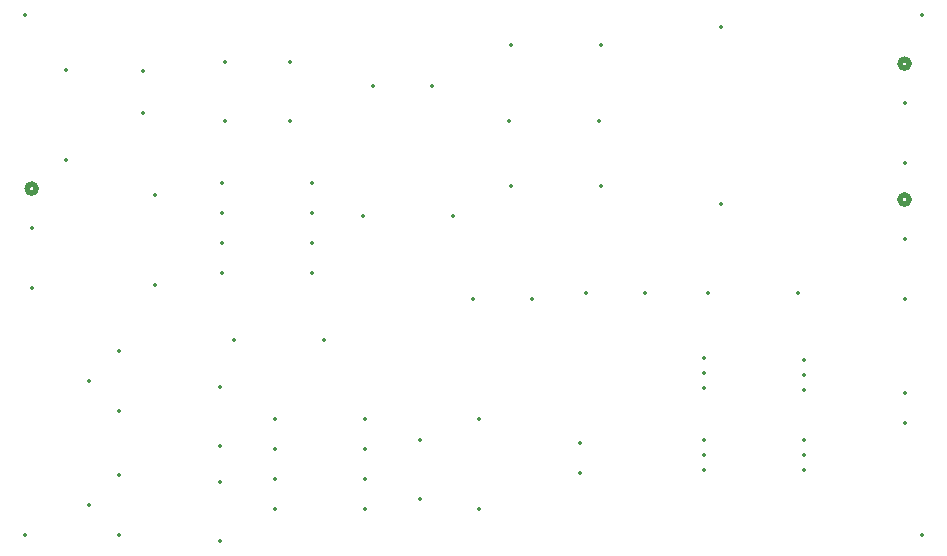
<source format=gbo>
%TF.GenerationSoftware,KiCad,Pcbnew,8.0.2*%
%TF.CreationDate,2024-05-31T22:34:33-04:00*%
%TF.ProjectId,EL Driver,454c2044-7269-4766-9572-2e6b69636164,rev?*%
%TF.SameCoordinates,Original*%
%TF.FileFunction,Legend,Bot*%
%TF.FilePolarity,Positive*%
%FSLAX46Y46*%
G04 Gerber Fmt 4.6, Leading zero omitted, Abs format (unit mm)*
G04 Created by KiCad (PCBNEW 8.0.2) date 2024-05-31 22:34:33*
%MOMM*%
%LPD*%
G01*
G04 APERTURE LIST*
%ADD10C,0.508000*%
%ADD11C,0.350000*%
G04 APERTURE END LIST*
D10*
%TO.C,J4*%
X135881000Y-67618000D02*
G75*
G02*
X135119000Y-67618000I-381000J0D01*
G01*
X135119000Y-67618000D02*
G75*
G02*
X135881000Y-67618000I381000J0D01*
G01*
%TO.C,J3*%
X135881000Y-56118000D02*
G75*
G02*
X135119000Y-56118000I-381000J0D01*
G01*
X135119000Y-56118000D02*
G75*
G02*
X135881000Y-56118000I381000J0D01*
G01*
%TO.C,J1*%
X61978301Y-66691400D02*
G75*
G02*
X61216301Y-66691400I-381000J0D01*
G01*
X61216301Y-66691400D02*
G75*
G02*
X61978301Y-66691400I381000J0D01*
G01*
%TD*%
D11*
X61000000Y-96000000D03*
X61000000Y-52000000D03*
X137000000Y-52000000D03*
X137000000Y-96000000D03*
X89800000Y-93800000D03*
X89800000Y-91260000D03*
X89800000Y-88720000D03*
X89800000Y-86180000D03*
X82180000Y-86180000D03*
X82180000Y-88720000D03*
X82180000Y-91260000D03*
X82180000Y-93800000D03*
X85300000Y-73800000D03*
X85300000Y-71260000D03*
X85300000Y-68720000D03*
X85300000Y-66180000D03*
X77680000Y-66180000D03*
X77680000Y-68720000D03*
X77680000Y-71260000D03*
X77680000Y-73800000D03*
X69000000Y-90960000D03*
X66460000Y-93500000D03*
X69000000Y-96040000D03*
X69000000Y-85500000D03*
X66460000Y-82960000D03*
X69000000Y-80420000D03*
X99500000Y-93810000D03*
X99500000Y-86190000D03*
X78690000Y-79500000D03*
X86310000Y-79500000D03*
X97310000Y-69000000D03*
X89690000Y-69000000D03*
X72000000Y-67190000D03*
X72000000Y-74810000D03*
X126500000Y-75500000D03*
X118880000Y-75500000D03*
X118500000Y-90540000D03*
X118500000Y-89270000D03*
X118500000Y-88000000D03*
X127000000Y-90540000D03*
X127000000Y-89270000D03*
X127000000Y-88000000D03*
X127000000Y-83770000D03*
X127000000Y-82500000D03*
X127000000Y-81230000D03*
X118500000Y-83540000D03*
X118500000Y-82270000D03*
X118500000Y-81000000D03*
X95500000Y-58000000D03*
X90500000Y-58000000D03*
X135500000Y-70920000D03*
X135500000Y-76000000D03*
X135500000Y-59420000D03*
X135500000Y-64500000D03*
X108000000Y-88235000D03*
X108000000Y-90775000D03*
X61597301Y-75073400D03*
X61597301Y-69993400D03*
X102190000Y-66500000D03*
X109810000Y-66500000D03*
X64500000Y-56690000D03*
X64500000Y-64310000D03*
X102000000Y-61000000D03*
X109620000Y-61000000D03*
X109810000Y-54500000D03*
X102190000Y-54500000D03*
X77500000Y-91500000D03*
X77500000Y-96500000D03*
X94500000Y-93000000D03*
X94500000Y-88000000D03*
X77500000Y-88500000D03*
X77500000Y-83500000D03*
X120000000Y-68000000D03*
X120000000Y-53000000D03*
X135500000Y-86500000D03*
X135500000Y-84000000D03*
X113500000Y-75500000D03*
X108500000Y-75500000D03*
X83500000Y-56000000D03*
X83500000Y-61000000D03*
X78000000Y-56000000D03*
X78000000Y-61000000D03*
X71000000Y-56750000D03*
X71000000Y-60250000D03*
X99000000Y-76000000D03*
X104000000Y-76000000D03*
M02*

</source>
